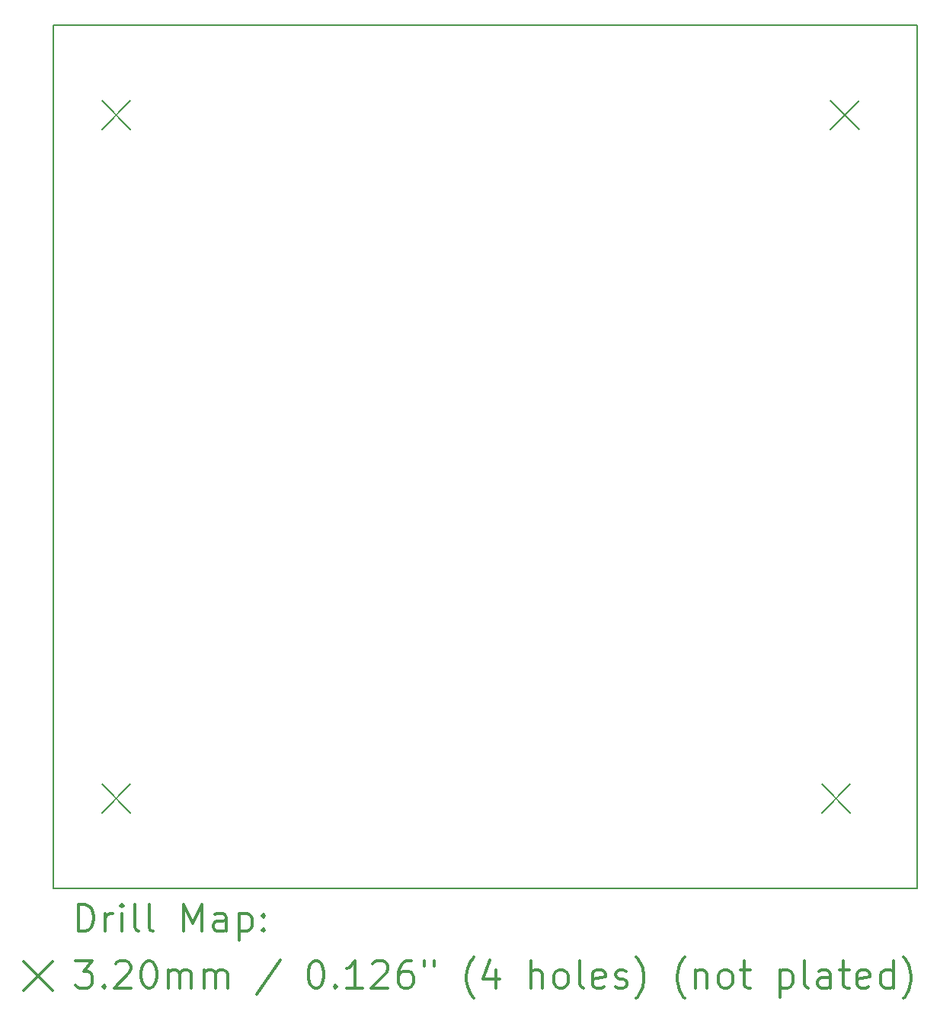
<source format=gbr>
%FSLAX45Y45*%
G04 Gerber Fmt 4.5, Leading zero omitted, Abs format (unit mm)*
G04 Created by KiCad (PCBNEW 5.0.0) date Sun Sep 30 11:55:28 2018*
%MOMM*%
%LPD*%
G01*
G04 APERTURE LIST*
%ADD10C,0.152400*%
%ADD11C,0.200000*%
%ADD12C,0.300000*%
G04 APERTURE END LIST*
D10*
X4300000Y-11100000D02*
X4300000Y-1500000D01*
X13900000Y-11100000D02*
X4300000Y-11100000D01*
X13900000Y-1500000D02*
X13900000Y-11100000D01*
X4300000Y-1500000D02*
X13900000Y-1500000D01*
D11*
X12840000Y-9940000D02*
X13160000Y-10260000D01*
X13160000Y-9940000D02*
X12840000Y-10260000D01*
X12940000Y-2340000D02*
X13260000Y-2660000D01*
X13260000Y-2340000D02*
X12940000Y-2660000D01*
X4840000Y-9940000D02*
X5160000Y-10260000D01*
X5160000Y-9940000D02*
X4840000Y-10260000D01*
X4840000Y-2340000D02*
X5160000Y-2660000D01*
X5160000Y-2340000D02*
X4840000Y-2660000D01*
D12*
X4578808Y-11573334D02*
X4578808Y-11273334D01*
X4650237Y-11273334D01*
X4693094Y-11287620D01*
X4721666Y-11316191D01*
X4735951Y-11344763D01*
X4750237Y-11401906D01*
X4750237Y-11444763D01*
X4735951Y-11501906D01*
X4721666Y-11530477D01*
X4693094Y-11559049D01*
X4650237Y-11573334D01*
X4578808Y-11573334D01*
X4878808Y-11573334D02*
X4878808Y-11373334D01*
X4878808Y-11430477D02*
X4893094Y-11401906D01*
X4907380Y-11387620D01*
X4935951Y-11373334D01*
X4964523Y-11373334D01*
X5064523Y-11573334D02*
X5064523Y-11373334D01*
X5064523Y-11273334D02*
X5050237Y-11287620D01*
X5064523Y-11301906D01*
X5078808Y-11287620D01*
X5064523Y-11273334D01*
X5064523Y-11301906D01*
X5250237Y-11573334D02*
X5221666Y-11559049D01*
X5207380Y-11530477D01*
X5207380Y-11273334D01*
X5407380Y-11573334D02*
X5378808Y-11559049D01*
X5364523Y-11530477D01*
X5364523Y-11273334D01*
X5750237Y-11573334D02*
X5750237Y-11273334D01*
X5850237Y-11487620D01*
X5950237Y-11273334D01*
X5950237Y-11573334D01*
X6221666Y-11573334D02*
X6221666Y-11416191D01*
X6207380Y-11387620D01*
X6178808Y-11373334D01*
X6121666Y-11373334D01*
X6093094Y-11387620D01*
X6221666Y-11559049D02*
X6193094Y-11573334D01*
X6121666Y-11573334D01*
X6093094Y-11559049D01*
X6078808Y-11530477D01*
X6078808Y-11501906D01*
X6093094Y-11473334D01*
X6121666Y-11459049D01*
X6193094Y-11459049D01*
X6221666Y-11444763D01*
X6364523Y-11373334D02*
X6364523Y-11673334D01*
X6364523Y-11387620D02*
X6393094Y-11373334D01*
X6450237Y-11373334D01*
X6478808Y-11387620D01*
X6493094Y-11401906D01*
X6507380Y-11430477D01*
X6507380Y-11516191D01*
X6493094Y-11544763D01*
X6478808Y-11559049D01*
X6450237Y-11573334D01*
X6393094Y-11573334D01*
X6364523Y-11559049D01*
X6635951Y-11544763D02*
X6650237Y-11559049D01*
X6635951Y-11573334D01*
X6621666Y-11559049D01*
X6635951Y-11544763D01*
X6635951Y-11573334D01*
X6635951Y-11387620D02*
X6650237Y-11401906D01*
X6635951Y-11416191D01*
X6621666Y-11401906D01*
X6635951Y-11387620D01*
X6635951Y-11416191D01*
X3972380Y-11907620D02*
X4292380Y-12227620D01*
X4292380Y-11907620D02*
X3972380Y-12227620D01*
X4550237Y-11903334D02*
X4735951Y-11903334D01*
X4635951Y-12017620D01*
X4678808Y-12017620D01*
X4707380Y-12031906D01*
X4721666Y-12046191D01*
X4735951Y-12074763D01*
X4735951Y-12146191D01*
X4721666Y-12174763D01*
X4707380Y-12189049D01*
X4678808Y-12203334D01*
X4593094Y-12203334D01*
X4564523Y-12189049D01*
X4550237Y-12174763D01*
X4864523Y-12174763D02*
X4878808Y-12189049D01*
X4864523Y-12203334D01*
X4850237Y-12189049D01*
X4864523Y-12174763D01*
X4864523Y-12203334D01*
X4993094Y-11931906D02*
X5007380Y-11917620D01*
X5035951Y-11903334D01*
X5107380Y-11903334D01*
X5135951Y-11917620D01*
X5150237Y-11931906D01*
X5164523Y-11960477D01*
X5164523Y-11989049D01*
X5150237Y-12031906D01*
X4978808Y-12203334D01*
X5164523Y-12203334D01*
X5350237Y-11903334D02*
X5378808Y-11903334D01*
X5407380Y-11917620D01*
X5421666Y-11931906D01*
X5435951Y-11960477D01*
X5450237Y-12017620D01*
X5450237Y-12089049D01*
X5435951Y-12146191D01*
X5421666Y-12174763D01*
X5407380Y-12189049D01*
X5378808Y-12203334D01*
X5350237Y-12203334D01*
X5321666Y-12189049D01*
X5307380Y-12174763D01*
X5293094Y-12146191D01*
X5278808Y-12089049D01*
X5278808Y-12017620D01*
X5293094Y-11960477D01*
X5307380Y-11931906D01*
X5321666Y-11917620D01*
X5350237Y-11903334D01*
X5578808Y-12203334D02*
X5578808Y-12003334D01*
X5578808Y-12031906D02*
X5593094Y-12017620D01*
X5621666Y-12003334D01*
X5664523Y-12003334D01*
X5693094Y-12017620D01*
X5707380Y-12046191D01*
X5707380Y-12203334D01*
X5707380Y-12046191D02*
X5721666Y-12017620D01*
X5750237Y-12003334D01*
X5793094Y-12003334D01*
X5821666Y-12017620D01*
X5835951Y-12046191D01*
X5835951Y-12203334D01*
X5978808Y-12203334D02*
X5978808Y-12003334D01*
X5978808Y-12031906D02*
X5993094Y-12017620D01*
X6021666Y-12003334D01*
X6064523Y-12003334D01*
X6093094Y-12017620D01*
X6107380Y-12046191D01*
X6107380Y-12203334D01*
X6107380Y-12046191D02*
X6121666Y-12017620D01*
X6150237Y-12003334D01*
X6193094Y-12003334D01*
X6221666Y-12017620D01*
X6235951Y-12046191D01*
X6235951Y-12203334D01*
X6821666Y-11889049D02*
X6564523Y-12274763D01*
X7207380Y-11903334D02*
X7235951Y-11903334D01*
X7264523Y-11917620D01*
X7278808Y-11931906D01*
X7293094Y-11960477D01*
X7307380Y-12017620D01*
X7307380Y-12089049D01*
X7293094Y-12146191D01*
X7278808Y-12174763D01*
X7264523Y-12189049D01*
X7235951Y-12203334D01*
X7207380Y-12203334D01*
X7178808Y-12189049D01*
X7164523Y-12174763D01*
X7150237Y-12146191D01*
X7135951Y-12089049D01*
X7135951Y-12017620D01*
X7150237Y-11960477D01*
X7164523Y-11931906D01*
X7178808Y-11917620D01*
X7207380Y-11903334D01*
X7435951Y-12174763D02*
X7450237Y-12189049D01*
X7435951Y-12203334D01*
X7421666Y-12189049D01*
X7435951Y-12174763D01*
X7435951Y-12203334D01*
X7735951Y-12203334D02*
X7564523Y-12203334D01*
X7650237Y-12203334D02*
X7650237Y-11903334D01*
X7621666Y-11946191D01*
X7593094Y-11974763D01*
X7564523Y-11989049D01*
X7850237Y-11931906D02*
X7864523Y-11917620D01*
X7893094Y-11903334D01*
X7964523Y-11903334D01*
X7993094Y-11917620D01*
X8007380Y-11931906D01*
X8021666Y-11960477D01*
X8021666Y-11989049D01*
X8007380Y-12031906D01*
X7835951Y-12203334D01*
X8021666Y-12203334D01*
X8278808Y-11903334D02*
X8221666Y-11903334D01*
X8193094Y-11917620D01*
X8178808Y-11931906D01*
X8150237Y-11974763D01*
X8135951Y-12031906D01*
X8135951Y-12146191D01*
X8150237Y-12174763D01*
X8164523Y-12189049D01*
X8193094Y-12203334D01*
X8250237Y-12203334D01*
X8278808Y-12189049D01*
X8293094Y-12174763D01*
X8307380Y-12146191D01*
X8307380Y-12074763D01*
X8293094Y-12046191D01*
X8278808Y-12031906D01*
X8250237Y-12017620D01*
X8193094Y-12017620D01*
X8164523Y-12031906D01*
X8150237Y-12046191D01*
X8135951Y-12074763D01*
X8421666Y-11903334D02*
X8421666Y-11960477D01*
X8535951Y-11903334D02*
X8535951Y-11960477D01*
X8978808Y-12317620D02*
X8964523Y-12303334D01*
X8935951Y-12260477D01*
X8921666Y-12231906D01*
X8907380Y-12189049D01*
X8893094Y-12117620D01*
X8893094Y-12060477D01*
X8907380Y-11989049D01*
X8921666Y-11946191D01*
X8935951Y-11917620D01*
X8964523Y-11874763D01*
X8978808Y-11860477D01*
X9221666Y-12003334D02*
X9221666Y-12203334D01*
X9150237Y-11889049D02*
X9078808Y-12103334D01*
X9264523Y-12103334D01*
X9607380Y-12203334D02*
X9607380Y-11903334D01*
X9735951Y-12203334D02*
X9735951Y-12046191D01*
X9721666Y-12017620D01*
X9693094Y-12003334D01*
X9650237Y-12003334D01*
X9621666Y-12017620D01*
X9607380Y-12031906D01*
X9921666Y-12203334D02*
X9893094Y-12189049D01*
X9878808Y-12174763D01*
X9864523Y-12146191D01*
X9864523Y-12060477D01*
X9878808Y-12031906D01*
X9893094Y-12017620D01*
X9921666Y-12003334D01*
X9964523Y-12003334D01*
X9993094Y-12017620D01*
X10007380Y-12031906D01*
X10021666Y-12060477D01*
X10021666Y-12146191D01*
X10007380Y-12174763D01*
X9993094Y-12189049D01*
X9964523Y-12203334D01*
X9921666Y-12203334D01*
X10193094Y-12203334D02*
X10164523Y-12189049D01*
X10150237Y-12160477D01*
X10150237Y-11903334D01*
X10421666Y-12189049D02*
X10393094Y-12203334D01*
X10335951Y-12203334D01*
X10307380Y-12189049D01*
X10293094Y-12160477D01*
X10293094Y-12046191D01*
X10307380Y-12017620D01*
X10335951Y-12003334D01*
X10393094Y-12003334D01*
X10421666Y-12017620D01*
X10435951Y-12046191D01*
X10435951Y-12074763D01*
X10293094Y-12103334D01*
X10550237Y-12189049D02*
X10578808Y-12203334D01*
X10635951Y-12203334D01*
X10664523Y-12189049D01*
X10678808Y-12160477D01*
X10678808Y-12146191D01*
X10664523Y-12117620D01*
X10635951Y-12103334D01*
X10593094Y-12103334D01*
X10564523Y-12089049D01*
X10550237Y-12060477D01*
X10550237Y-12046191D01*
X10564523Y-12017620D01*
X10593094Y-12003334D01*
X10635951Y-12003334D01*
X10664523Y-12017620D01*
X10778808Y-12317620D02*
X10793094Y-12303334D01*
X10821666Y-12260477D01*
X10835951Y-12231906D01*
X10850237Y-12189049D01*
X10864523Y-12117620D01*
X10864523Y-12060477D01*
X10850237Y-11989049D01*
X10835951Y-11946191D01*
X10821666Y-11917620D01*
X10793094Y-11874763D01*
X10778808Y-11860477D01*
X11321666Y-12317620D02*
X11307380Y-12303334D01*
X11278808Y-12260477D01*
X11264523Y-12231906D01*
X11250237Y-12189049D01*
X11235951Y-12117620D01*
X11235951Y-12060477D01*
X11250237Y-11989049D01*
X11264523Y-11946191D01*
X11278808Y-11917620D01*
X11307380Y-11874763D01*
X11321666Y-11860477D01*
X11435951Y-12003334D02*
X11435951Y-12203334D01*
X11435951Y-12031906D02*
X11450237Y-12017620D01*
X11478808Y-12003334D01*
X11521666Y-12003334D01*
X11550237Y-12017620D01*
X11564523Y-12046191D01*
X11564523Y-12203334D01*
X11750237Y-12203334D02*
X11721666Y-12189049D01*
X11707380Y-12174763D01*
X11693094Y-12146191D01*
X11693094Y-12060477D01*
X11707380Y-12031906D01*
X11721666Y-12017620D01*
X11750237Y-12003334D01*
X11793094Y-12003334D01*
X11821666Y-12017620D01*
X11835951Y-12031906D01*
X11850237Y-12060477D01*
X11850237Y-12146191D01*
X11835951Y-12174763D01*
X11821666Y-12189049D01*
X11793094Y-12203334D01*
X11750237Y-12203334D01*
X11935951Y-12003334D02*
X12050237Y-12003334D01*
X11978808Y-11903334D02*
X11978808Y-12160477D01*
X11993094Y-12189049D01*
X12021666Y-12203334D01*
X12050237Y-12203334D01*
X12378808Y-12003334D02*
X12378808Y-12303334D01*
X12378808Y-12017620D02*
X12407380Y-12003334D01*
X12464523Y-12003334D01*
X12493094Y-12017620D01*
X12507380Y-12031906D01*
X12521666Y-12060477D01*
X12521666Y-12146191D01*
X12507380Y-12174763D01*
X12493094Y-12189049D01*
X12464523Y-12203334D01*
X12407380Y-12203334D01*
X12378808Y-12189049D01*
X12693094Y-12203334D02*
X12664523Y-12189049D01*
X12650237Y-12160477D01*
X12650237Y-11903334D01*
X12935951Y-12203334D02*
X12935951Y-12046191D01*
X12921666Y-12017620D01*
X12893094Y-12003334D01*
X12835951Y-12003334D01*
X12807380Y-12017620D01*
X12935951Y-12189049D02*
X12907380Y-12203334D01*
X12835951Y-12203334D01*
X12807380Y-12189049D01*
X12793094Y-12160477D01*
X12793094Y-12131906D01*
X12807380Y-12103334D01*
X12835951Y-12089049D01*
X12907380Y-12089049D01*
X12935951Y-12074763D01*
X13035951Y-12003334D02*
X13150237Y-12003334D01*
X13078808Y-11903334D02*
X13078808Y-12160477D01*
X13093094Y-12189049D01*
X13121666Y-12203334D01*
X13150237Y-12203334D01*
X13364523Y-12189049D02*
X13335951Y-12203334D01*
X13278808Y-12203334D01*
X13250237Y-12189049D01*
X13235951Y-12160477D01*
X13235951Y-12046191D01*
X13250237Y-12017620D01*
X13278808Y-12003334D01*
X13335951Y-12003334D01*
X13364523Y-12017620D01*
X13378808Y-12046191D01*
X13378808Y-12074763D01*
X13235951Y-12103334D01*
X13635951Y-12203334D02*
X13635951Y-11903334D01*
X13635951Y-12189049D02*
X13607380Y-12203334D01*
X13550237Y-12203334D01*
X13521666Y-12189049D01*
X13507380Y-12174763D01*
X13493094Y-12146191D01*
X13493094Y-12060477D01*
X13507380Y-12031906D01*
X13521666Y-12017620D01*
X13550237Y-12003334D01*
X13607380Y-12003334D01*
X13635951Y-12017620D01*
X13750237Y-12317620D02*
X13764523Y-12303334D01*
X13793094Y-12260477D01*
X13807380Y-12231906D01*
X13821666Y-12189049D01*
X13835951Y-12117620D01*
X13835951Y-12060477D01*
X13821666Y-11989049D01*
X13807380Y-11946191D01*
X13793094Y-11917620D01*
X13764523Y-11874763D01*
X13750237Y-11860477D01*
M02*

</source>
